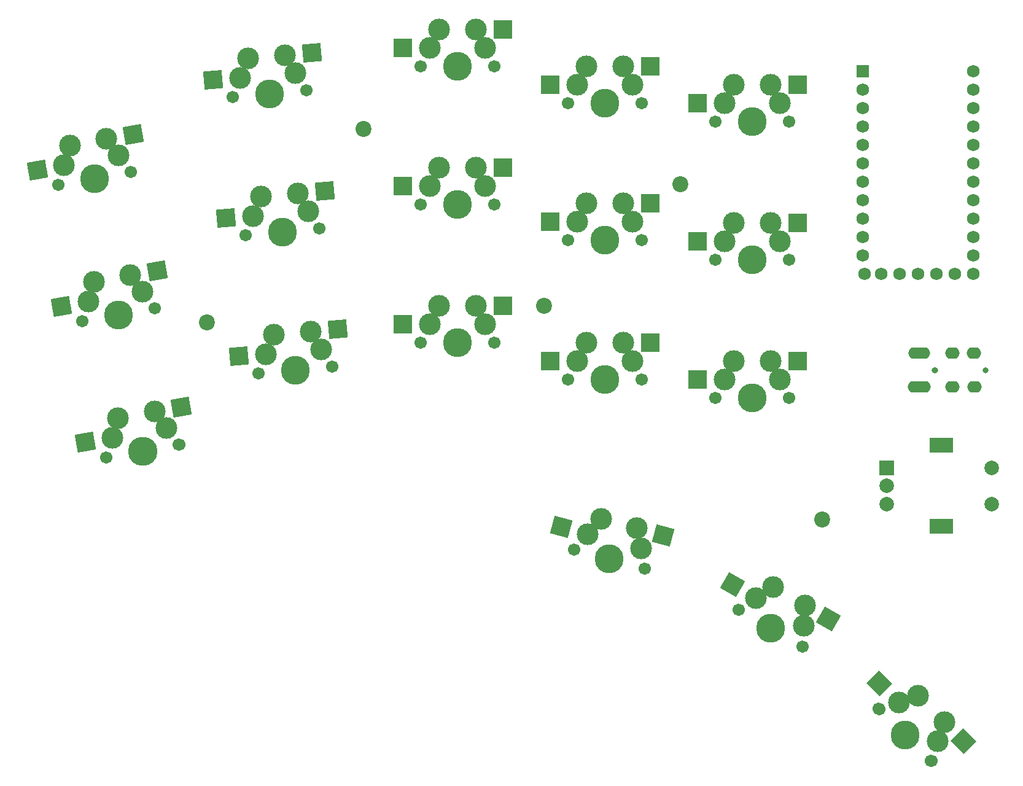
<source format=gbs>
%TF.GenerationSoftware,KiCad,Pcbnew,(6.0.7)*%
%TF.CreationDate,2022-09-04T15:55:50+05:30*%
%TF.ProjectId,burp_fart,62757270-5f66-4617-9274-2e6b69636164,rev?*%
%TF.SameCoordinates,Original*%
%TF.FileFunction,Soldermask,Bot*%
%TF.FilePolarity,Negative*%
%FSLAX46Y46*%
G04 Gerber Fmt 4.6, Leading zero omitted, Abs format (unit mm)*
G04 Created by KiCad (PCBNEW (6.0.7)) date 2022-09-04 15:55:50*
%MOMM*%
%LPD*%
G01*
G04 APERTURE LIST*
G04 Aperture macros list*
%AMRotRect*
0 Rectangle, with rotation*
0 The origin of the aperture is its center*
0 $1 length*
0 $2 width*
0 $3 Rotation angle, in degrees counterclockwise*
0 Add horizontal line*
21,1,$1,$2,0,0,$3*%
G04 Aperture macros list end*
%ADD10R,2.000000X2.000000*%
%ADD11C,2.000000*%
%ADD12R,3.200000X2.000000*%
%ADD13C,1.701800*%
%ADD14C,3.987800*%
%ADD15C,3.000000*%
%ADD16RotRect,2.550000X2.500000X10.000000*%
%ADD17RotRect,2.550000X2.500000X5.000000*%
%ADD18R,2.550000X2.500000*%
%ADD19C,2.200000*%
%ADD20RotRect,2.550000X2.500000X330.000000*%
%ADD21C,0.800000*%
%ADD22O,2.000000X1.600000*%
%ADD23R,1.752600X1.752600*%
%ADD24C,1.752600*%
%ADD25RotRect,2.550000X2.500000X345.000000*%
%ADD26RotRect,2.550000X2.500000X315.000000*%
G04 APERTURE END LIST*
D10*
%TO.C,L_SW_RE1*%
X137922000Y-88392000D03*
D11*
X137922000Y-93392000D03*
X137922000Y-90892000D03*
D12*
X145422000Y-85292000D03*
X145422000Y-96492000D03*
D11*
X152422000Y-93392000D03*
X152422000Y-88392000D03*
%TD*%
D13*
%TO.C,L_SW__20*%
X23699177Y-49396133D03*
D14*
X28702000Y-48514000D03*
D15*
X30321279Y-43070110D03*
X24508816Y-46674188D03*
D13*
X33704823Y-47631867D03*
D16*
X20815787Y-47325369D03*
X34014308Y-42418930D03*
%TD*%
D15*
%TO.C,L_SW__01*%
X58475583Y-69647955D03*
X52371123Y-72731729D03*
D13*
X51327331Y-75372751D03*
D14*
X56388000Y-74930000D03*
D13*
X61448669Y-74487249D03*
D17*
X48635392Y-73058563D03*
X62211313Y-69321121D03*
%TD*%
D15*
%TO.C,L_SW__04*%
X121920000Y-73660000D03*
D14*
X119380000Y-78740000D03*
D13*
X114300000Y-78740000D03*
X124460000Y-78740000D03*
D15*
X115570000Y-76200000D03*
D18*
X111820000Y-76200000D03*
X125670000Y-73660000D03*
%TD*%
D13*
%TO.C,L_SW__13*%
X93980000Y-57030000D03*
X104140000Y-57030000D03*
D14*
X99060000Y-57030000D03*
D15*
X95250000Y-54490000D03*
X101600000Y-51950000D03*
D18*
X91500000Y-54490000D03*
X105350000Y-51950000D03*
%TD*%
D19*
%TO.C,REF\u002A\u002A*%
X109474000Y-49276000D03*
%TD*%
D14*
%TO.C,L_SW__T2*%
X121920000Y-110510000D03*
D15*
X119890443Y-106405295D03*
X126659705Y-107380591D03*
D13*
X126319409Y-113050000D03*
X117520591Y-107970000D03*
D20*
X116642848Y-104530295D03*
X129907300Y-109255591D03*
%TD*%
D15*
%TO.C,L_SW__23*%
X95250000Y-35560000D03*
X101600000Y-33020000D03*
D13*
X93980000Y-38100000D03*
D14*
X99060000Y-38100000D03*
D13*
X104140000Y-38100000D03*
D18*
X91500000Y-35560000D03*
X105350000Y-33020000D03*
%TD*%
D21*
%TO.C,L_TRRS1*%
X144548500Y-74932000D03*
X151594500Y-74930000D03*
X151548500Y-74932000D03*
X144594500Y-74930000D03*
D22*
X141848500Y-77232000D03*
X141894500Y-72630000D03*
X142994500Y-77230000D03*
X142948500Y-72632000D03*
X146948500Y-72632000D03*
X146994500Y-77230000D03*
X149994500Y-77230000D03*
X149948500Y-72632000D03*
%TD*%
D13*
%TO.C,L_SW__03*%
X93980000Y-76200000D03*
X104140000Y-76200000D03*
D15*
X95250000Y-73660000D03*
D14*
X99060000Y-76200000D03*
D15*
X101600000Y-71120000D03*
D18*
X91500000Y-73660000D03*
X105350000Y-71120000D03*
%TD*%
D13*
%TO.C,L_SW__10*%
X27032898Y-68192133D03*
D14*
X32035721Y-67310000D03*
D13*
X37038544Y-66427867D03*
D15*
X33655000Y-61866110D03*
X27842537Y-65470188D03*
D16*
X24149508Y-66121369D03*
X37348029Y-61214930D03*
%TD*%
D13*
%TO.C,L_SW__12*%
X73660000Y-52070000D03*
D15*
X81280000Y-46990000D03*
D14*
X78740000Y-52070000D03*
D13*
X83820000Y-52070000D03*
D15*
X74930000Y-49530000D03*
D18*
X71180000Y-49530000D03*
X85030000Y-46990000D03*
%TD*%
D15*
%TO.C,L_SW__11*%
X50593123Y-53681729D03*
D13*
X59670669Y-55437249D03*
D15*
X56697583Y-50597955D03*
D14*
X54610000Y-55880000D03*
D13*
X49549331Y-56322751D03*
D17*
X46857392Y-54008563D03*
X60433313Y-50271121D03*
%TD*%
D23*
%TO.C,L_EC1*%
X134620000Y-33736750D03*
D24*
X134620000Y-36276750D03*
X134620000Y-38816750D03*
X134620000Y-41356750D03*
X134620000Y-43896750D03*
X134620000Y-46436750D03*
X134620000Y-48976750D03*
X134620000Y-51516750D03*
X134620000Y-54056750D03*
X134620000Y-56596750D03*
X134620000Y-59136750D03*
X134848600Y-61676750D03*
X149860000Y-61676750D03*
X149860000Y-59136750D03*
X149860000Y-56596750D03*
X149860000Y-54056750D03*
X149860000Y-51516750D03*
X149860000Y-48976750D03*
X149860000Y-46436750D03*
X149860000Y-43896750D03*
X149860000Y-41356750D03*
X149860000Y-38816750D03*
X149860000Y-36276750D03*
X149860000Y-33736750D03*
X137160000Y-61676750D03*
X139700000Y-61676750D03*
X142240000Y-61676750D03*
X144780000Y-61676750D03*
X147320000Y-61676750D03*
%TD*%
D13*
%TO.C,L_SW__14*%
X124460000Y-59690000D03*
X114300000Y-59690000D03*
D14*
X119380000Y-59690000D03*
D15*
X115570000Y-57150000D03*
X121920000Y-54610000D03*
D18*
X111820000Y-57150000D03*
X125670000Y-54610000D03*
%TD*%
D13*
%TO.C,L_SW__T3*%
X104606903Y-102314801D03*
X94793097Y-99685199D03*
D14*
X99700000Y-101000000D03*
D15*
X96677223Y-97560448D03*
X103468252Y-96750497D03*
D25*
X93055001Y-96589876D03*
X107090474Y-97721069D03*
%TD*%
D13*
%TO.C,L_SW__00*%
X40361252Y-85217867D03*
X30355606Y-86982133D03*
D15*
X31165245Y-84260188D03*
D14*
X35358429Y-86100000D03*
D15*
X36977708Y-80656110D03*
D16*
X27472216Y-84911369D03*
X40670737Y-80004930D03*
%TD*%
D19*
%TO.C,REF\u002A\u002A*%
X90678000Y-66040000D03*
%TD*%
D15*
%TO.C,L_SW__22*%
X74930000Y-30480000D03*
D13*
X83820000Y-33020000D03*
X73660000Y-33020000D03*
D14*
X78740000Y-33020000D03*
D15*
X81280000Y-27940000D03*
D18*
X71180000Y-30480000D03*
X85030000Y-27940000D03*
%TD*%
D13*
%TO.C,L_SW__24*%
X114300000Y-40640000D03*
D15*
X121920000Y-35560000D03*
X115570000Y-38100000D03*
D13*
X124460000Y-40640000D03*
D14*
X119380000Y-40640000D03*
D18*
X111820000Y-38100000D03*
X125670000Y-35560000D03*
%TD*%
D19*
%TO.C,REF\u002A\u002A*%
X129032000Y-95504000D03*
%TD*%
%TO.C,REF\u002A\u002A*%
X65786000Y-41656000D03*
%TD*%
D14*
%TO.C,L_SW__02*%
X78740000Y-71120000D03*
D15*
X74930000Y-68580000D03*
X81280000Y-66040000D03*
D13*
X83820000Y-71120000D03*
X73660000Y-71120000D03*
D18*
X71180000Y-68580000D03*
X85030000Y-66040000D03*
%TD*%
D13*
%TO.C,L_SW__T1*%
X144092102Y-128852102D03*
X136907898Y-121667898D03*
D14*
X140500000Y-125260000D03*
D15*
X145888154Y-123463949D03*
X139601974Y-120769872D03*
D26*
X136950324Y-118118222D03*
X148539804Y-126115599D03*
%TD*%
D19*
%TO.C,REF\u002A\u002A*%
X44196000Y-68326000D03*
%TD*%
D15*
%TO.C,L_SW__21*%
X54919583Y-31547955D03*
D14*
X52832000Y-36830000D03*
D13*
X47771331Y-37272751D03*
D15*
X48815123Y-34631729D03*
D13*
X57892669Y-36387249D03*
D17*
X45079392Y-34958563D03*
X58655313Y-31221121D03*
%TD*%
D15*
%TO.C,R_SW__T1*%
X142258051Y-119833846D03*
D14*
X140462000Y-125222000D03*
D13*
X136869898Y-121629898D03*
X144054102Y-128814102D03*
D15*
X144952128Y-126120026D03*
%TD*%
%TO.C,R_SW__03*%
X96520000Y-71120000D03*
D13*
X93980000Y-76200000D03*
D14*
X99060000Y-76200000D03*
D13*
X104140000Y-76200000D03*
D15*
X102870000Y-73660000D03*
%TD*%
D13*
%TO.C,R_SW__T2*%
X117500591Y-107960000D03*
X126299409Y-113040000D03*
D15*
X122240295Y-104830591D03*
D14*
X121900000Y-110500000D03*
D15*
X126469557Y-110205295D03*
%TD*%
D13*
%TO.C,R_SW__22*%
X73660000Y-33020000D03*
D15*
X82550000Y-30480000D03*
D14*
X78740000Y-33020000D03*
D15*
X76200000Y-27940000D03*
D13*
X83820000Y-33020000D03*
%TD*%
D14*
%TO.C,R_SW__21*%
X52832000Y-36830000D03*
D13*
X47771331Y-37272751D03*
D15*
X49858914Y-31990707D03*
D13*
X57892669Y-36387249D03*
D15*
X56406126Y-33967602D03*
%TD*%
D13*
%TO.C,R_SW__01*%
X51327331Y-75372751D03*
D15*
X53414914Y-70090707D03*
X59962126Y-72067602D03*
D13*
X61448669Y-74487249D03*
D14*
X56388000Y-74930000D03*
%TD*%
D13*
%TO.C,R_SW__12*%
X73660000Y-52070000D03*
D15*
X82550000Y-49530000D03*
D14*
X78740000Y-52070000D03*
D13*
X83820000Y-52070000D03*
D15*
X76200000Y-46990000D03*
%TD*%
%TO.C,R_SW__20*%
X32013051Y-45350989D03*
X25318456Y-43952243D03*
D13*
X23699177Y-49396133D03*
X33704823Y-47631867D03*
D14*
X28702000Y-48514000D03*
%TD*%
D15*
%TO.C,R_SW__13*%
X96520000Y-51950000D03*
D14*
X99060000Y-57030000D03*
D13*
X93980000Y-57030000D03*
D15*
X102870000Y-54490000D03*
D13*
X104140000Y-57030000D03*
%TD*%
%TO.C,R_SW__23*%
X93980000Y-38100000D03*
X104140000Y-38100000D03*
D15*
X102870000Y-35560000D03*
D14*
X99060000Y-38100000D03*
D15*
X96520000Y-33020000D03*
%TD*%
%TO.C,R_SW__02*%
X82550000Y-68580000D03*
D13*
X73660000Y-71120000D03*
D14*
X78740000Y-71120000D03*
D13*
X83820000Y-71120000D03*
D15*
X76200000Y-66040000D03*
%TD*%
D13*
%TO.C,R_SW__00*%
X30303177Y-86988133D03*
D15*
X38617051Y-82942989D03*
D13*
X40308823Y-85223867D03*
D15*
X31922456Y-81544243D03*
D14*
X35306000Y-86106000D03*
%TD*%
D15*
%TO.C,R_SW__10*%
X28620456Y-62748243D03*
X35315051Y-64146989D03*
D13*
X37006823Y-66427867D03*
D14*
X32004000Y-67310000D03*
D13*
X27001177Y-68192133D03*
%TD*%
D14*
%TO.C,R_SW__11*%
X54610000Y-55880000D03*
D15*
X58184126Y-53017602D03*
D13*
X49549331Y-56322751D03*
X59670669Y-55437249D03*
D15*
X51636914Y-51040707D03*
%TD*%
%TO.C,R_SW__14*%
X116840000Y-54610000D03*
D13*
X124460000Y-59690000D03*
D14*
X119380000Y-59690000D03*
D15*
X123190000Y-57150000D03*
D13*
X114300000Y-59690000D03*
%TD*%
D14*
%TO.C,R_SW__04*%
X119380000Y-78740000D03*
D15*
X116840000Y-73660000D03*
X123190000Y-76200000D03*
D13*
X114300000Y-78740000D03*
X124460000Y-78740000D03*
%TD*%
D15*
%TO.C,R_SW__T3*%
X98561349Y-95435696D03*
D13*
X94793097Y-99685199D03*
D15*
X104037578Y-99532649D03*
D13*
X104606903Y-102314801D03*
D14*
X99700000Y-101000000D03*
%TD*%
%TO.C,R_SW__24*%
X119380000Y-40640000D03*
D13*
X124460000Y-40640000D03*
D15*
X116840000Y-35560000D03*
X123190000Y-38100000D03*
D13*
X114300000Y-40640000D03*
%TD*%
M02*

</source>
